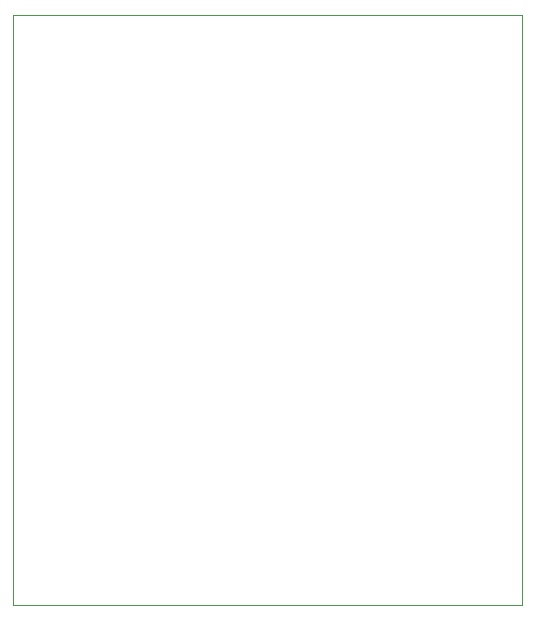
<source format=gbr>
%TF.GenerationSoftware,KiCad,Pcbnew,(6.0.1)*%
%TF.CreationDate,2022-03-29T16:10:18-05:00*%
%TF.ProjectId,buck_board,6275636b-5f62-46f6-9172-642e6b696361,rev?*%
%TF.SameCoordinates,Original*%
%TF.FileFunction,Profile,NP*%
%FSLAX46Y46*%
G04 Gerber Fmt 4.6, Leading zero omitted, Abs format (unit mm)*
G04 Created by KiCad (PCBNEW (6.0.1)) date 2022-03-29 16:10:18*
%MOMM*%
%LPD*%
G01*
G04 APERTURE LIST*
%TA.AperFunction,Profile*%
%ADD10C,0.100000*%
%TD*%
G04 APERTURE END LIST*
D10*
X52959000Y-42418000D02*
X96012000Y-42418000D01*
X96012000Y-42418000D02*
X96012000Y-92329000D01*
X96012000Y-92329000D02*
X52959000Y-92329000D01*
X52959000Y-92329000D02*
X52959000Y-42418000D01*
M02*

</source>
